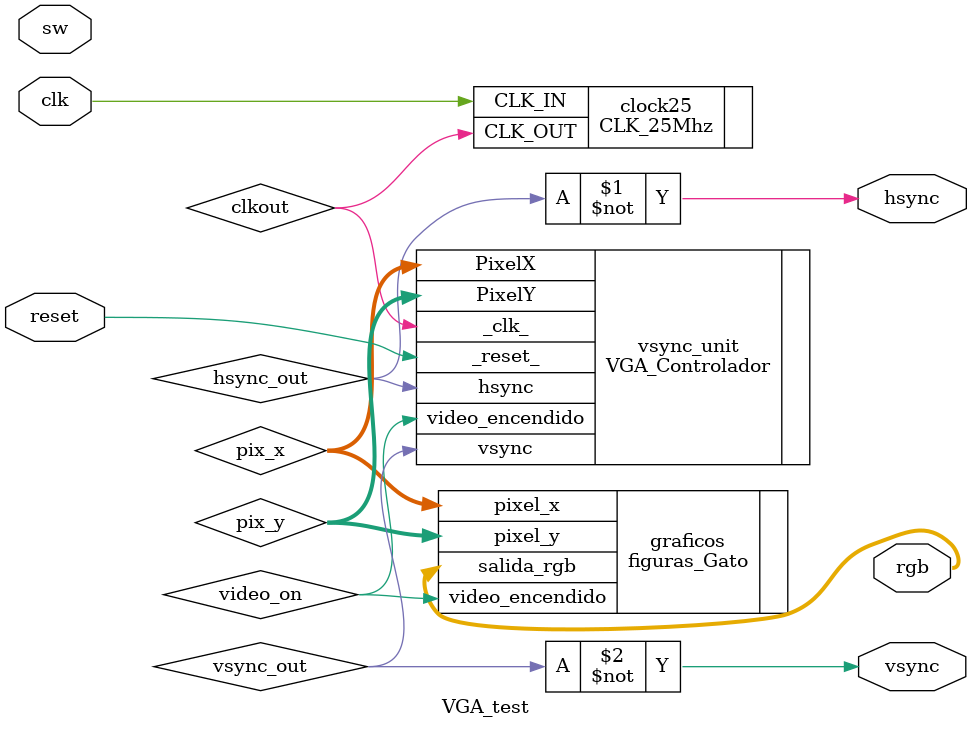
<source format=v>
`timescale 1ns/1ps
module VGA_test(

input wire clk , reset,
input wire [2:0] sw,
output wire hsync,vsync,
output wire [2:0] rgb
);

//declaraci'on de la se;al
//reg[2:0] rgb_reg;
wire[10:0] pix_x, pix_y;
wire video_on;
wire clkout;
wire hsync_out;
wire vsync_out;

assign hsync = ~hsync_out;
assign vsync = ~vsync_out;

//Se inicializa el sincronizador VGA
VGA_Controlador vsync_unit (
					 ._clk_(clkout),
	             ._reset_(reset),
					 .hsync(hsync_out),
					 .vsync(vsync_out),
					 .PixelX(pix_x),
					 .PixelY(pix_y),
					 .video_encendido(video_on));

//Se inicializa el generador de graficos
figuras_Gato graficos(
.video_encendido(video_on),
.pixel_x(pix_x),
.pixel_y(pix_y),
.salida_rgb(rgb)
);
		
//Salida RGB
//assign rgb=rgb_reg;

//Reloj de 25Mhz
CLK_25Mhz clock25 (.CLK_IN(clk),	.CLK_OUT(clkout));


endmodule

</source>
